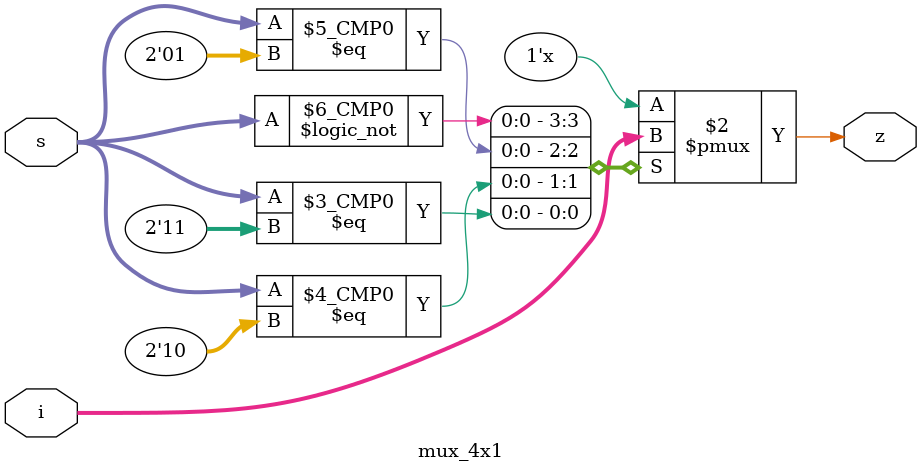
<source format=v>

module mux_4x1(i,s,z);

input [3:0] i;
input [1:0] s;

output z;

reg z; //°ªÀ» ÀúÀåÇÏ´Â º¯¼ö

always  @(i ,s)
    case(s)
        2'b00: z <= i[3]; //00ÀÏ°æ¿ì z¿¡ i[3]°ª ´ëÀÔ
        2'b01: z <= i[2];
        2'b10: z <= i[1];
        2'b11: z <= i[0];
        default : z <= 0;
    endcase 
        
endmodule

</source>
